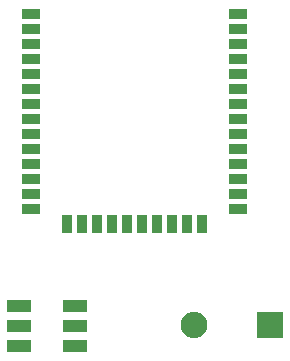
<source format=gbr>
%TF.GenerationSoftware,KiCad,Pcbnew,8.0.4*%
%TF.CreationDate,2024-08-06T00:37:43-04:00*%
%TF.ProjectId,ESP32-WROOM-Socket-Legacy-v2,45535033-322d-4575-924f-4f4d2d536f63,rev?*%
%TF.SameCoordinates,Original*%
%TF.FileFunction,Paste,Top*%
%TF.FilePolarity,Positive*%
%FSLAX46Y46*%
G04 Gerber Fmt 4.6, Leading zero omitted, Abs format (unit mm)*
G04 Created by KiCad (PCBNEW 8.0.4) date 2024-08-06 00:37:43*
%MOMM*%
%LPD*%
G01*
G04 APERTURE LIST*
%ADD10R,2.000000X1.100000*%
%ADD11R,1.500000X0.900000*%
%ADD12R,0.900000X1.500000*%
%ADD13R,2.250000X2.250000*%
%ADD14O,2.250000X2.250000*%
G04 APERTURE END LIST*
D10*
%TO.C,D1*%
X150140000Y-105375000D03*
X150140000Y-107075000D03*
X150140000Y-108775000D03*
X154940000Y-108775000D03*
X154940000Y-107075000D03*
X154940000Y-105375000D03*
%TD*%
D11*
%TO.C,U1*%
X151210000Y-80690000D03*
X151210000Y-81960000D03*
X151210000Y-83230000D03*
X151210000Y-84500000D03*
X151210000Y-85770000D03*
X151210000Y-87040000D03*
X151210000Y-88310000D03*
X151210000Y-89580000D03*
X151210000Y-90850000D03*
X151210000Y-92120000D03*
X151210000Y-93390000D03*
X151210000Y-94660000D03*
X151210000Y-95930000D03*
X151210000Y-97200000D03*
D12*
X154250000Y-98450000D03*
X155520000Y-98450000D03*
X156790000Y-98450000D03*
X158060000Y-98450000D03*
X159330000Y-98450000D03*
X160600000Y-98450000D03*
X161870000Y-98450000D03*
X163140000Y-98450000D03*
X164410000Y-98450000D03*
X165680000Y-98450000D03*
D11*
X168710000Y-97200000D03*
X168710000Y-95930000D03*
X168710000Y-94660000D03*
X168710000Y-93390000D03*
X168710000Y-92120000D03*
X168710000Y-90850000D03*
X168710000Y-89580000D03*
X168710000Y-88310000D03*
X168710000Y-87040000D03*
X168710000Y-85770000D03*
X168710000Y-84500000D03*
X168710000Y-83230000D03*
X168710000Y-81960000D03*
X168710000Y-80690000D03*
%TD*%
D13*
%TO.C,SW2*%
X171450000Y-107000000D03*
D14*
X164950000Y-107000000D03*
%TD*%
M02*

</source>
